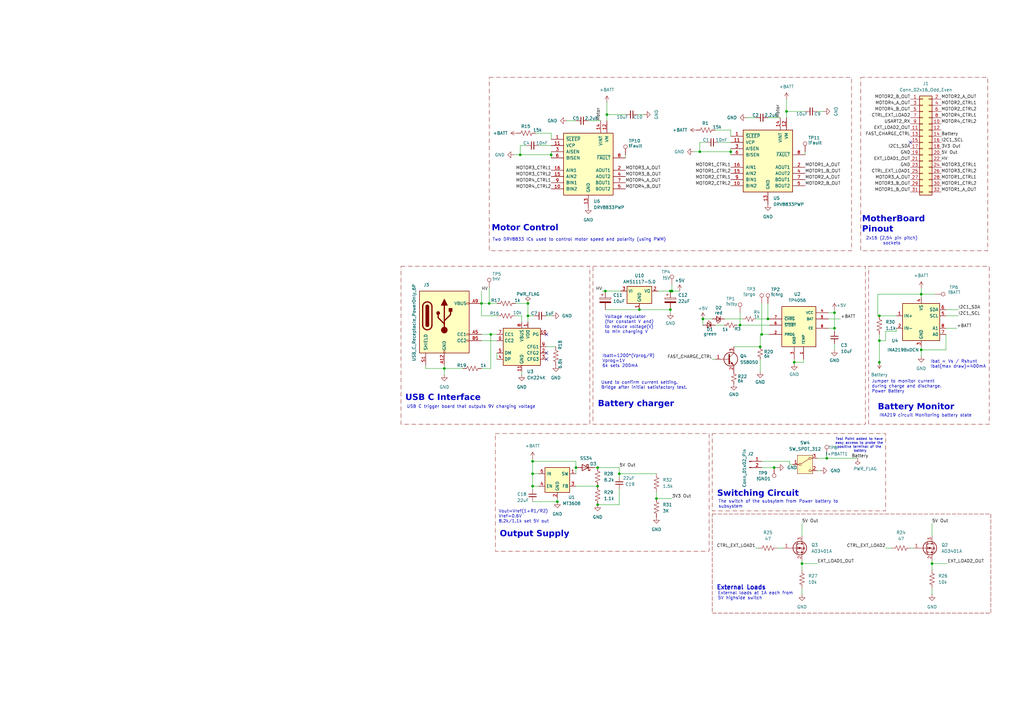
<source format=kicad_sch>
(kicad_sch (version 20250114) (generator "eeschema") (generator_version "9.0")
  (paper "A3")
  (title_block (title "MicroMouse Power Subsystem") (date "2025-03-08") (rev "v0.0.0") (company "Group 24") (comment 1 "Ayaka Maneli, MNLAYA002") (comment 2 "Sanjan Naidoo, ") (comment 3 "EEE3088F MicroMouse Project"))
  (lib_symbols
    (symbol "Connector:Conn_01x02_Pin" (pin_names (offset 1.016) (hide yes))
      (property "Reference" "J" (at 0 2.54 0))
      (property "Value" "Conn_01x02_Pin" (at 0 -5.08 0))
      (symbol "Conn_01x02_Pin_1_1"
        (pin passive line (at 5.08 0 180) (length 3.81) (name "Pin_1") (number "1"))
        (pin passive line (at 5.08 -2.54 180) (length 3.81) (name "Pin_2") (number "2"))
      )
    )
    (symbol "Connector:TestPoint" (pin_numbers (hide yes)) (pin_names (offset 0.762) (hide yes))
      (property "Reference" "TP" (at 0 6.858 0))
      (property "Value" "TestPoint" (at 0 5.08 0))
      (symbol "TestPoint_1_1"
        (pin passive line (at 0 0 90) (length 2.54) (name "1") (number "1"))
      )
    )
    (symbol "Connector:USB_C_Receptacle_PowerOnly_6P" (pin_names (offset 1.016))
      (property "Reference" "J" (at 0 16.51 0))
      (property "Value" "USB_C_Receptacle_PowerOnly_6P" (at 0 13.97 0))
      (symbol "USB_C_Receptacle_PowerOnly_6P_1_1"
        (pin passive line (at -7.62 -17.78 90) (length 5.08) (name "SHIELD") (number "S1"))
        (pin passive line (at 0 -17.78 90) (length 5.08) (name "GND") (number "A12"))
        (pin passive line (at 0 -17.78 90) (length 5.08) (hide yes) (name "GND") (number "B12"))
        (pin passive line (at 15.24 7.62 180) (length 5.08) (name "VBUS") (number "A9"))
        (pin passive line (at 15.24 7.62 180) (length 5.08) (hide yes) (name "VBUS") (number "B9"))
        (pin bidirectional line (at 15.24 -5.08 180) (length 5.08) (name "CC1") (number "A5"))
        (pin bidirectional line (at 15.24 -7.62 180) (length 5.08) (name "CC2") (number "B5"))
      )
    )
    (symbol "Connector_Generic:Conn_02x16_Odd_Even" (pin_names (offset 1.016) (hide yes))
      (property "Reference" "J" (at 1.27 20.32 0))
      (property "Value" "Conn_02x16_Odd_Even" (at 1.27 -22.86 0))
      (symbol "Conn_02x16_Odd_Even_1_1"
        (pin passive line (at -5.08 17.78 0) (length 3.81) (name "Pin_1") (number "1"))
        (pin passive line (at -5.08 15.24 0) (length 3.81) (name "Pin_3") (number "3"))
        (pin passive line (at -5.08 12.7 0) (length 3.81) (name "Pin_5") (number "5"))
        (pin passive line (at -5.08 10.16 0) (length 3.81) (name "Pin_7") (number "7"))
        (pin passive line (at -5.08 7.62 0) (length 3.81) (name "Pin_9") (number "9"))
        (pin passive line (at -5.08 5.08 0) (length 3.81) (name "Pin_11") (number "11"))
        (pin passive line (at -5.08 2.54 0) (length 3.81) (name "Pin_13") (number "13"))
        (pin passive line (at -5.08 0 0) (length 3.81) (name "Pin_15") (number "15"))
        (pin passive line (at -5.08 -2.54 0) (length 3.81) (name "Pin_17") (number "17"))
        (pin passive line (at -5.08 -5.08 0) (length 3.81) (name "Pin_19") (number "19"))
        (pin passive line (at -5.08 -7.62 0) (length 3.81) (name "Pin_21") (number "21"))
        (pin passive line (at -5.08 -10.16 0) (length 3.81) (name "Pin_23") (number "23"))
        (pin passive line (at -5.08 -12.7 0) (length 3.81) (name "Pin_25") (number "25"))
        (pin passive line (at -5.08 -15.24 0) (length 3.81) (name "Pin_27") (number "27"))
        (pin passive line (at -5.08 -17.78 0) (length 3.81) (name "Pin_29") (number "29"))
        (pin passive line (at -5.08 -20.32 0) (length 3.81) (name "Pin_31") (number "31"))
        (pin passive line (at 7.62 17.78 180) (length 3.81) (name "Pin_2") (number "2"))
        (pin passive line (at 7.62 15.24 180) (length 3.81) (name "Pin_4") (number "4"))
        (pin passive line (at 7.62 12.7 180) (length 3.81) (name "Pin_6") (number "6"))
        (pin passive line (at 7.62 10.16 180) (length 3.81) (name "Pin_8") (number "8"))
        (pin passive line (at 7.62 7.62 180) (length 3.81) (name "Pin_10") (number "10"))
        (pin passive line (at 7.62 5.08 180) (length 3.81) (name "Pin_12") (number "12"))
        (pin passive line (at 7.62 2.54 180) (length 3.81) (name "Pin_14") (number "14"))
        (pin passive line (at 7.62 0 180) (length 3.81) (name "Pin_16") (number "16"))
        (pin passive line (at 7.62 -2.54 180) (length 3.81) (name "Pin_18") (number "18"))
        (pin passive line (at 7.62 -5.08 180) (length 3.81) (name "Pin_20") (number "20"))
        (pin passive line (at 7.62 -7.62 180) (length 3.81) (name "Pin_22") (number "22"))
        (pin passive line (at 7.62 -10.16 180) (length 3.81) (name "Pin_24") (number "24"))
        (pin passive line (at 7.62 -12.7 180) (length 3.81) (name "Pin_26") (number "26"))
        (pin passive line (at 7.62 -15.24 180) (length 3.81) (name "Pin_28") (number "28"))
        (pin passive line (at 7.62 -17.78 180) (length 3.81) (name "Pin_30") (number "30"))
        (pin passive line (at 7.62 -20.32 180) (length 3.81) (name "Pin_32") (number "32"))
      )
    )
    (symbol "Device:C_Polarized" (pin_numbers (hide yes)) (pin_names (offset 0.254))
      (property "Reference" "C" (at 0.635 2.54 0))
      (property "Value" "C_Polarized" (at 0.635 -2.54 0))
      (symbol "C_Polarized_1_1"
        (pin passive line (at 0 3.81 270) (length 2.794) (name "~") (number "1"))
        (pin passive line (at 0 -3.81 90) (length 2.794) (name "~") (number "2"))
      )
    )
    (symbol "Device:C_Small" (pin_numbers (hide yes)) (pin_names (offset 0.254) (hide yes))
      (property "Reference" "C" (at 0.254 1.778 0))
      (property "Value" "C_Small" (at 0.254 -2.032 0))
      (symbol "C_Small_1_1"
        (pin passive line (at 0 2.54 270) (length 2.032) (name "~") (number "1"))
        (pin passive line (at 0 -2.54 90) (length 2.032) (name "~") (number "2"))
      )
    )
    (symbol "Device:LED_Small" (pin_numbers (hide yes)) (pin_names (offset 0.254) (hide yes))
      (property "Reference" "D" (at -1.27 3.175 0))
      (property "Value" "LED_Small" (at -4.445 -2.54 0))
      (symbol "LED_Small_1_1"
        (pin passive line (at -2.54 0 0) (length 1.778) (name "K") (number "1"))
        (pin passive line (at 2.54 0 180) (length 1.778) (name "A") (number "2"))
      )
    )
    (symbol "Device:R_Small_US" (pin_numbers (hide yes)) (pin_names (offset 0.254) (hide yes))
      (property "Reference" "R" (at 0.762 0.508 0))
      (property "Value" "R_Small_US" (at 0.762 -1.016 0))
      (symbol "R_Small_US_1_1"
        (pin passive line (at 0 2.54 270) (length 1.016) (name "~") (number "1"))
        (pin passive line (at 0 -2.54 90) (length 1.016) (name "~") (number "2"))
      )
    )
    (symbol "Device:R_US" (pin_numbers (hide yes)) (pin_names (offset 0))
      (property "Reference" "R" (at 2.54 0 90))
      (property "Value" "R_US" (at -2.54 0 90))
      (symbol "R_US_1_1"
        (pin passive line (at 0 3.81 270) (length 1.27) (name "~") (number "1"))
        (pin passive line (at 0 -3.81 90) (length 1.27) (name "~") (number "2"))
      )
    )
    (symbol "Diode:SS34" (pin_numbers (hide yes)) (pin_names (offset 1.016) (hide yes))
      (property "Reference" "D" (at 0 2.54 0))
      (property "Value" "SS34" (at 0 -2.54 0))
      (symbol "SS34_1_1"
        (pin passive line (at -3.81 0 0) (length 2.54) (name "K") (number "1"))
        (pin passive line (at 3.81 0 180) (length 2.54) (name "A") (number "2"))
      )
    )
    (symbol "Driver_Motor:DRV8833PWP" (pin_names (offset 1.016))
      (property "Reference" "U" (at -3.81 16.51 0))
      (property "Value" "DRV8833PWP" (at -3.81 13.97 0))
      (symbol "DRV8833PWP_1_1"
        (pin input line (at -15.24 10.16 0) (length 5.08) (name "~{SLEEP}") (number "1"))
        (pin bidirectional line (at -15.24 7.62 0) (length 5.08) (name "VCP") (number "11"))
        (pin bidirectional line (at -15.24 5.08 0) (length 5.08) (name "AISEN") (number "3"))
        (pin bidirectional line (at -15.24 2.54 0) (length 5.08) (name "BISEN") (number "6"))
        (pin input line (at -15.24 -2.54 0) (length 5.08) (name "AIN1") (number "16"))
        (pin input line (at -15.24 -5.08 0) (length 5.08) (name "AIN2") (number "15"))
        (pin input line (at -15.24 -7.62 0) (length 5.08) (name "BIN1") (number "9"))
        (pin input line (at -15.24 -10.16 0) (length 5.08) (name "BIN2") (number "10"))
        (pin power_in line (at 0 -17.78 90) (length 5.08) (name "GND") (number "13"))
        (pin passive line (at 0 -17.78 90) (length 5.08) (hide yes) (name "GND") (number "17"))
        (pin power_in line (at 5.08 17.78 270) (length 5.08) (name "VINT") (number "14"))
        (pin power_in line (at 7.62 17.78 270) (length 5.08) (name "VM") (number "12"))
        (pin open_collector line (at 15.24 2.54 180) (length 5.08) (name "~{FAULT}") (number "8"))
        (pin power_out line (at 15.24 -2.54 180) (length 5.08) (name "AOUT1") (number "2"))
        (pin power_out line (at 15.24 -5.08 180) (length 5.08) (name "AOUT2") (number "4"))
        (pin power_out line (at 15.24 -7.62 180) (length 5.08) (name "BOUT1") (number "7"))
        (pin power_out line (at 15.24 -10.16 180) (length 5.08) (name "BOUT2") (number "5"))
      )
    )
    (symbol "GND_1" (power) (pin_numbers (hide yes)) (pin_names (offset 0) (hide yes))
      (property "Value" "GND" (at 0 -3.81 0))
      (symbol "GND_1_1_1"
        (pin power_in line (at 0 0 270) (length 0) (name "~") (number "1"))
      )
    )
    (symbol "GND_10" (power) (pin_numbers (hide yes)) (pin_names (offset 0) (hide yes))
      (property "Value" "GND" (at 0 -3.81 0))
      (symbol "GND_10_1_1"
        (pin power_in line (at 0 0 270) (length 0) (name "~") (number "1"))
      )
    )
    (symbol "GND_11" (power) (pin_numbers (hide yes)) (pin_names (offset 0) (hide yes))
      (property "Value" "GND" (at 0 -3.81 0))
      (symbol "GND_11_1_1"
        (pin power_in line (at 0 0 270) (length 0) (name "~") (number "1"))
      )
    )
    (symbol "GND_2" (power) (pin_numbers (hide yes)) (pin_names (offset 0) (hide yes))
      (property "Value" "GND" (at 0 -3.81 0))
      (symbol "GND_2_1_1"
        (pin power_in line (at 0 0 270) (length 0) (name "~") (number "1"))
      )
    )
    (symbol "GND_3" (power) (pin_numbers (hide yes)) (pin_names (offset 0) (hide yes))
      (property "Value" "GND" (at 0 -3.81 0))
      (symbol "GND_3_1_1"
        (pin power_in line (at 0 0 270) (length 0) (name "~") (number "1"))
      )
    )
    (symbol "GND_4" (power) (pin_numbers (hide yes)) (pin_names (offset 0) (hide yes))
      (property "Value" "GND" (at 0 -3.81 0))
      (symbol "GND_4_1_1"
        (pin power_in line (at 0 0 270) (length 0) (name "~") (number "1"))
      )
    )
    (symbol "GND_5" (power) (pin_numbers (hide yes)) (pin_names (offset 0) (hide yes))
      (property "Value" "GND" (at 0 -3.81 0))
      (symbol "GND_5_1_1"
        (pin power_in line (at 0 0 270) (length 0) (name "~") (number "1"))
      )
    )
    (symbol "GND_6" (power) (pin_numbers (hide yes)) (pin_names (offset 0) (hide yes))
      (property "Value" "GND" (at 0 -3.81 0))
      (symbol "GND_6_1_1"
        (pin power_in line (at 0 0 270) (length 0) (name "~") (number "1"))
      )
    )
    (symbol "GND_7" (power) (pin_numbers (hide yes)) (pin_names (offset 0) (hide yes))
      (property "Value" "GND" (at 0 -3.81 0))
      (symbol "GND_7_1_1"
        (pin power_in line (at 0 0 270) (length 0) (name "~") (number "1"))
      )
    )
    (symbol "GND_9" (power) (pin_numbers (hide yes)) (pin_names (offset 0) (hide yes))
      (property "Value" "GND" (at 0 -3.81 0))
      (symbol "GND_9_1_1"
        (pin power_in line (at 0 0 270) (length 0) (name "~") (number "1"))
      )
    )
    (symbol "Interface_USB:CH224K"
      (property "Reference" "U" (at -7.874 -8.89 0))
      (property "Value" "CH224K" (at 3.048 -8.89 0))
      (symbol "CH224K_1_1"
        (pin bidirectional line (at -10.16 5.08 0) (length 2.54) (name "CC1") (number "7"))
        (pin bidirectional line (at -10.16 2.54 0) (length 2.54) (name "CC2") (number "6"))
        (pin bidirectional line (at -10.16 -2.54 0) (length 2.54) (name "DM") (number "5"))
        (pin bidirectional line (at -10.16 -5.08 0) (length 2.54) (name "DP") (number "4"))
        (pin passive line (at 0 10.16 270) (length 2.54) (name "VBUS") (number "8"))
        (pin power_in line (at 0 -10.16 90) (length 2.54) (name "GND") (number "11"))
        (pin power_in line (at 2.54 10.16 270) (length 2.54) (name "VDD") (number "1"))
        (pin open_collector line (at 10.16 5.08 180) (length 2.54) (name "PG") (number "10"))
        (pin passive line (at 10.16 0 180) (length 2.54) (name "CFG1") (number "9"))
        (pin passive line (at 10.16 -2.54 180) (length 2.54) (name "CFG2") (number "2"))
        (pin passive line (at 10.16 -5.08 180) (length 2.54) (name "CFG3") (number "3"))
      )
    )
    (symbol "Regulator_Linear:AMS1117-5.0"
      (property "Reference" "U" (at -3.81 3.175 0))
      (property "Value" "AMS1117-5.0" (at 0 3.175 0))
      (symbol "AMS1117-5.0_1_1"
        (pin power_in line (at -7.62 0 0) (length 2.54) (name "VI") (number "3"))
        (pin power_in line (at 0 -7.62 90) (length 2.54) (name "GND") (number "1"))
        (pin power_out line (at 7.62 0 180) (length 2.54) (name "VO") (number "2"))
      )
    )
    (symbol "Regulator_Switching:MT3608"
      (property "Reference" "U" (at -2.54 8.89 0))
      (property "Value" "MT3608" (at -3.81 6.35 0))
      (symbol "MT3608_1_1"
        (pin power_in line (at -7.62 2.54 0) (length 2.54) (name "IN") (number "5"))
        (pin input line (at -7.62 -2.54 0) (length 2.54) (name "EN") (number "4"))
        (pin power_in line (at 0 -7.62 90) (length 2.54) (name "GND") (number "2"))
        (pin no_connect line (at 5.08 0 180) (length 2.54) (hide yes) (name "NC") (number "6"))
        (pin passive line (at 7.62 2.54 180) (length 2.54) (name "SW") (number "1"))
        (pin input line (at 7.62 -2.54 180) (length 2.54) (name "FB") (number "3"))
      )
    )
    (symbol "Sensor_Energy:INA219BxDCN"
      (property "Reference" "U" (at -6.35 8.89 0))
      (property "Value" "INA219BxDCN" (at 6.35 8.89 0))
      (symbol "INA219BxDCN_1_1"
        (pin input line (at -10.16 2.54 0) (length 2.54) (name "IN+") (number "1"))
        (pin input line (at -10.16 -2.54 0) (length 2.54) (name "IN-") (number "2"))
        (pin power_in line (at 0 10.16 270) (length 2.54) (name "VS") (number "4"))
        (pin power_in line (at 0 -10.16 90) (length 2.54) (name "GND") (number "3"))
        (pin bidirectional line (at 10.16 5.08 180) (length 2.54) (name "SDA") (number "6"))
        (pin input line (at 10.16 2.54 180) (length 2.54) (name "SCL") (number "5"))
        (pin input line (at 10.16 -2.54 180) (length 2.54) (name "A1") (number "8"))
        (pin input line (at 10.16 -5.08 180) (length 2.54) (name "A0") (number "7"))
      )
    )
    (symbol "Switch:SW_SPDT_312" (pin_names (offset 1) (hide yes))
      (property "Reference" "SW" (at 0 5.08 0))
      (property "Value" "SW_SPDT_312" (at 0 -5.08 0))
      (symbol "SW_SPDT_312_1_1"
        (pin passive line (at -5.08 0 0) (length 2.54) (name "B") (number "1"))
        (pin passive line (at 5.08 2.54 180) (length 2.54) (name "A") (number "3"))
        (pin passive line (at 5.08 -2.54 180) (length 2.54) (name "C") (number "2"))
      )
    )
    (symbol "TP4056:TP4056" (pin_names (offset 1.016))
      (property "Reference" "U" (at -10.16 13.208 0))
      (property "Value" "TP4056" (at -12.7 -7.62 0))
      (symbol "TP4056_0_0"
        (pin output line (at -13.97 6.35 0) (length 5.08) (name "~{CHRG}") (number "7"))
        (pin output line (at -13.97 3.81 0) (length 5.08) (name "~{STDBY}") (number "6"))
        (pin bidirectional line (at -13.97 0 0) (length 5.08) (name "PROG") (number "2"))
        (pin power_in line (at -3.81 -10.16 90) (length 5.08) (name "GND") (number "3"))
        (pin input line (at 0 -10.16 90) (length 5.08) (name "TEMP") (number "1"))
        (pin power_in line (at 10.16 8.89 180) (length 5.08) (name "VCC") (number "4"))
        (pin output line (at 10.16 6.35 180) (length 5.08) (name "BAT") (number "5"))
        (pin input line (at 10.16 2.54 180) (length 5.08) (name "CE") (number "8"))
      )
    )
    (symbol "Transistor_BJT:SS8050" (pin_names (offset 0) (hide yes))
      (property "Reference" "Q" (at 5.08 1.905 0))
      (property "Value" "SS8050" (at 5.08 0 0))
      (symbol "SS8050_1_1"
        (pin input line (at -5.08 0 0) (length 2.54) (name "B") (number "1"))
        (pin passive line (at 2.54 5.08 270) (length 2.54) (name "C") (number "3"))
        (pin passive line (at 2.54 -5.08 90) (length 2.54) (name "E") (number "2"))
      )
    )
    (symbol "Transistor_FET:AO3401A" (pin_names (hide yes))
      (property "Reference" "Q" (at 5.08 1.905 0))
      (property "Value" "AO3401A" (at 5.08 0 0))
      (symbol "AO3401A_1_1"
        (pin input line (at -5.08 0 0) (length 2.54) (name "G") (number "1"))
        (pin passive line (at 2.54 5.08 270) (length 2.54) (name "D") (number "3"))
        (pin passive line (at 2.54 -5.08 90) (length 2.54) (name "S") (number "2"))
      )
    )
    (symbol "VCC_1" (power) (pin_numbers (hide yes)) (pin_names (offset 0) (hide yes))
      (property "Value" "VCC" (at 0 3.556 0))
      (symbol "VCC_1_1_1"
        (pin power_in line (at 0 0 90) (length 0) (name "~") (number "1"))
      )
    )
    (symbol "power:+5V" (power) (pin_names (offset 0))
      (property "Value" "+5V" (at 0 3.556 0))
      (symbol "+5V_1_1"
        (pin power_in line (at 0 0 90) (length 0) (hide yes) (name "+5V") (number "1"))
      )
    )
    (symbol "power:+BATT" (power) (pin_numbers (hide yes)) (pin_names (offset 0) (hide yes))
      (property "Value" "+BATT" (at 0 3.556 0))
      (symbol "+BATT_1_1"
        (pin power_in line (at 0 0 90) (length 0) (name "~") (number "1"))
      )
    )
    (symbol "power:GND" (power) (pin_names (offset 0))
      (property "Value" "GND" (at 0 -3.81 0))
      (symbol "GND_1_1"
        (pin power_in line (at 0 0 270) (length 0) (hide yes) (name "GND") (number "1"))
      )
    )
    (symbol "power:PWR_FLAG" (power) (pin_numbers (hide yes)) (pin_names (offset 0) (hide yes))
      (property "Value" "PWR_FLAG" (at 0 3.81 0))
      (symbol "PWR_FLAG_0_0"
        (pin power_out line (at 0 0 90) (length 0) (name "pwr") (number "1"))
      )
    )
  )
  (rectangle (start 203.2 177.8) (end 290.83 226.06) (stroke (width 0) (type dash_dot) (color 128 3 0 1)))
  (rectangle (start 353.06 31.75) (end 405.13 102.87) (stroke (width 0) (type dash_dot) (color 128 3 0 1)))
  (rectangle (start 356.235 109.22) (end 405.765 173.99) (stroke (width 0) (type dash_dot) (color 128 3 0 1)))
  (rectangle (start 292.1 177.8) (end 363.22 209.55) (stroke (width 0) (type dash_dot) (color 132 0 0 1)))
  (rectangle (start 292.1 210.82) (end 406.4 251.46) (stroke (width 0) (type dash) (color 132 0 0 1)))
  (rectangle (start 243.205 109.22) (end 354.965 173.99) (stroke (width 0) (type dash_dot) (color 128 3 0 1)))
  (rectangle (start 164.465 109.22) (end 241.935 173.99) (stroke (width 0) (type dash_dot) (color 128 3 0 1)))
  (rectangle (start 200.66 31.75) (end 349.25 102.87) (stroke (width 0) (type dash_dot) (color 128 3 0 1)))
  (text "Test Point added to have \neasy access to probe the \npositive terminal of the \nbattery\n\n" (at 352.806 183.388 0) (effects (font (size 1 1))))
  (text "USB C trigger board that outputs 9V charging voltage" (at 166.751 166.116 0) (effects (font (size 1.27 1.27)) (justify left top)))
  (text "Battery Monitor\n" (at 360.045 169.164 0) (effects (font (size 2.5 2.5) (thickness 0.254) (bold yes)) (justify left bottom)))
  (text "USB C Interface" (at 166.243 165.354 0) (effects (font (size 2.5 2.5) (thickness 0.254) (bold yes)) (justify left bottom)))
  (text "External loads at 1A each from\n5V highside switch" (at 294.386 244.348 0) (effects (font (size 1.27 1.27)) (justify left)))
  (text "Output Supply" (at 204.978 221.234 0) (effects (font (size 2.5 2.5) (thickness 0.254) (bold yes)) (justify left bottom)))
  (text "Voltage regulator\n(for constant V and)\nto reduce voltage(V)\nto min charging V" (at 248.031 136.906 0) (effects (font (size 1.27 1.27)) (justify left bottom)))
  (text "Vout=Vref(1+R1/R2)\nVref=0.6V\n8.2k/1.1k set 5V out" (at 204.47 214.63 0) (effects (font (size 1.27 1.27)) (justify left bottom)))
  (text "Motor Control" (at 201.676 95.758 0) (effects (font (size 2.5 2.5) (thickness 0.254) (bold yes)) (justify left bottom)))
  (text "Battery charger" (at 245.237 167.894 0) (effects (font (size 2.5 2.5) (thickness 0.254) (bold yes)) (justify left bottom)))
  (text "INA219 circuit Monitoring battery state\n" (at 379.603 170.434 0) (effects (font (size 1.27 1.27))))
  (text "Two DRV8833 ICs used to control motor speed and polarity (using PWM)" (at 201.93 99.06 0) (effects (font (size 1.27 1.27)) (justify left bottom)))
  (text "External Loads\n" (at 304.038 241.046 0) (effects (font (size 1.778 1.778) (thickness 0.3556) (bold yes))))
  (text "2x16 (2.54 pin pitch)\nsockets" (at 365.76 98.806 0) (effects (font (size 1.27 1.27))))
  (text "Ibat = Vs / Rshunt\nIbat(max draw)=400mA" (at 381.635 151.13 0) (effects (font (size 1.27 1.27)) (justify left bottom)))
  (text "Ibatt=1200*(Vprog/R)\nVprog=1V\n6k sets 200mA" (at 247.015 150.876 0) (effects (font (size 1.27 1.27)) (justify left bottom)))
  (text "The switch of the subsytem from Power battery to\nsubsystem" (at 294.64 206.756 0) (effects (font (size 1.27 1.27)) (justify left)))
  (text "Jumper to monitor current\nduring charge and discharge.\nPower Battery" (at 357.505 161.29 0) (effects (font (size 1.27 1.27)) (justify left bottom)))
  (text "Used to confirm current setting.\nBridge after initial satisfactory test." (at 246.507 159.766 0) (effects (font (size 1.27 1.27)) (justify left bottom)))
  (text "Switching Circuit\n" (at 294.132 203.2 0) (effects (font (size 2.4999 2.4999) (thickness 0.3) (bold yes)) (justify left)))
  (text "MotherBoard\nPinout" (at 353.568 96.266 0) (effects (font (size 2.5 2.5) (thickness 0.254) (bold yes)) (justify left bottom)))
  (junction (at 342.265 128.27))
  (junction (at 226.06 63.5))
  (junction (at 218.44 194.31))
  (junction (at 245.11 207.01))
  (junction (at 274.955 119.38))
  (junction (at 317.5 191.77))
  (junction (at 360.68 139.7))
  (junction (at 360.68 129.54))
  (junction (at 325.755 148.59))
  (junction (at 377.825 120.65))
  (junction (at 382.27 231.14))
  (junction (at 254 194.31))
  (junction (at 248.92 46.99))
  (junction (at 197.485 124.46))
  (junction (at 314.96 130.81))
  (junction (at 275.59 119.38))
  (junction (at 201.295 137.16))
  (junction (at 377.825 143.51))
  (junction (at 311.785 142.24))
  (junction (at 288.29 130.81))
  (junction (at 216.535 129.54))
  (junction (at 287.02 62.23))
  (junction (at 262.255 127))
  (junction (at 303.53 133.35))
  (junction (at 218.44 189.23))
  (junction (at 248.285 119.38))
  (junction (at 328.93 231.14))
  (junction (at 274.955 127))
  (junction (at 339.09 187.96))
  (junction (at 269.24 204.47))
  (junction (at 342.265 134.62))
  (junction (at 218.44 199.39))
  (junction (at 213.36 63.5))
  (junction (at 360.68 148.59))
  (junction (at 312.42 137.16))
  (junction (at 322.58 45.72))
  (junction (at 228.6 205.74))
  (junction (at 236.22 191.77))
  (junction (at 182.245 151.13))
  (junction (at 245.11 191.77))
  (junction (at 299.72 62.23))
  (junction (at 216.535 124.46))
  (junction (at 200.66 124.46))
  (junction (at 245.11 199.39))
  (no_connect (at 224.155 137.16))
  (no_connect (at 373.38 58.42))
  (no_connect (at 224.155 144.78))
  (no_connect (at 224.155 147.32))
  (wire (pts (xy 382.27 231.14) (xy 388.62 231.14)))
  (wire (pts (xy 328.93 231.14) (xy 328.93 233.68)))
  (wire (pts (xy 328.93 241.3) (xy 328.93 243.84)))
  (wire (pts (xy 216.535 124.46) (xy 211.455 124.46)))
  (wire (pts (xy 312.42 137.16) (xy 311.785 137.16)))
  (wire (pts (xy 261.62 46.99) (xy 264.16 46.99)))
  (wire (pts (xy 218.44 194.31) (xy 218.44 199.39)))
  (wire (pts (xy 200.66 124.46) (xy 203.835 124.46)))
  (wire (pts (xy 329.565 147.32) (xy 329.565 148.59)))
  (wire (pts (xy 248.92 41.91) (xy 248.92 46.99)))
  (wire (pts (xy 360.045 129.54) (xy 360.045 120.65)))
  (wire (pts (xy 363.22 135.89) (xy 367.665 135.89)))
  (wire (pts (xy 303.53 128.27) (xy 303.53 133.35)))
  (wire (pts (xy 387.985 134.62) (xy 392.43 134.62)))
  (wire (pts (xy 314.96 130.81) (xy 309.88 130.81)))
  (wire (pts (xy 377.825 142.24) (xy 377.825 143.51)))
  (wire (pts (xy 218.44 205.74) (xy 228.6 205.74)))
  (wire (pts (xy 254.635 119.38) (xy 248.285 119.38)))
  (wire (pts (xy 288.29 130.81) (xy 292.1 130.81)))
  (wire (pts (xy 387.985 137.16) (xy 387.985 143.51)))
  (wire (pts (xy 213.36 59.69) (xy 213.36 63.5)))
  (wire (pts (xy 197.485 124.46) (xy 200.66 124.46)))
  (wire (pts (xy 322.58 45.72) (xy 322.58 48.26)))
  (wire (pts (xy 197.485 119.38) (xy 197.485 124.46)))
  (wire (pts (xy 218.44 199.39) (xy 218.44 200.66)))
  (wire (pts (xy 236.22 199.39) (xy 245.11 199.39)))
  (wire (pts (xy 335.28 45.72) (xy 337.82 45.72)))
  (wire (pts (xy 201.295 137.16) (xy 203.835 137.16)))
  (wire (pts (xy 284.48 62.23) (xy 287.02 62.23)))
  (wire (pts (xy 254 194.31) (xy 269.24 194.31)))
  (wire (pts (xy 197.485 129.54) (xy 203.835 129.54)))
  (wire (pts (xy 360.045 120.65) (xy 377.825 120.65)))
  (wire (pts (xy 254 191.77) (xy 245.11 191.77)))
  (wire (pts (xy 236.22 194.31) (xy 236.22 191.77)))
  (wire (pts (xy 377.825 143.51) (xy 377.825 146.05)))
  (wire (pts (xy 302.26 133.35) (xy 303.53 133.35)))
  (wire (pts (xy 336.55 193.04) (xy 335.28 193.04)))
  (wire (pts (xy 218.44 189.23) (xy 236.22 189.23)))
  (wire (pts (xy 197.485 129.54) (xy 197.485 124.46)))
  (wire (pts (xy 228.6 205.74) (xy 228.6 204.47)))
  (wire (pts (xy 203.835 144.78) (xy 203.835 147.32)))
  (wire (pts (xy 248.285 119.38) (xy 247.015 119.38)))
  (wire (pts (xy 224.155 142.24) (xy 227.965 142.24)))
  (wire (pts (xy 312.42 137.16) (xy 315.595 137.16)))
  (wire (pts (xy 360.68 137.16) (xy 360.68 139.7)))
  (wire (pts (xy 218.44 194.31) (xy 220.98 194.31)))
  (wire (pts (xy 182.245 151.13) (xy 182.245 149.86)))
  (wire (pts (xy 309.88 224.79) (xy 311.15 224.79)))
  (wire (pts (xy 293.37 147.32) (xy 292.1 147.32)))
  (wire (pts (xy 344.805 130.81) (xy 339.725 130.81)))
  (wire (pts (xy 339.09 187.96) (xy 351.79 187.96)))
  (wire (pts (xy 254 207.01) (xy 245.11 207.01)))
  (wire (pts (xy 288.29 130.81) (xy 288.29 133.35)))
  (wire (pts (xy 219.71 54.61) (xy 226.06 54.61)))
  (wire (pts (xy 387.985 129.54) (xy 393.065 129.54)))
  (wire (pts (xy 314.96 124.46) (xy 314.96 130.81)))
  (wire (pts (xy 269.24 204.47) (xy 275.59 204.47)))
  (wire (pts (xy 226.06 62.23) (xy 226.06 63.5)))
  (wire (pts (xy 213.995 152.4) (xy 213.995 153.67)))
  (wire (pts (xy 312.42 191.77) (xy 317.5 191.77)))
  (wire (pts (xy 254 191.77) (xy 254 194.31)))
  (wire (pts (xy 303.53 133.35) (xy 315.595 133.35)))
  (wire (pts (xy 299.72 60.96) (xy 299.72 62.23)))
  (wire (pts (xy 382.27 214.63) (xy 382.27 219.71)))
  (wire (pts (xy 216.535 129.54) (xy 219.075 129.54)))
  (wire (pts (xy 226.06 63.5) (xy 213.36 63.5)))
  (wire (pts (xy 318.77 224.79) (xy 321.31 224.79)))
  (wire (pts (xy 312.42 189.23) (xy 323.85 189.23)))
  (wire (pts (xy 311.785 137.16) (xy 311.785 142.24)))
  (wire (pts (xy 248.92 46.99) (xy 248.92 49.53)))
  (wire (pts (xy 306.07 48.26) (xy 309.88 48.26)))
  (wire (pts (xy 360.68 139.7) (xy 363.22 139.7)))
  (wire (pts (xy 311.785 147.32) (xy 311.785 152.4)))
  (wire (pts (xy 287.02 58.42) (xy 289.56 58.42)))
  (wire (pts (xy 254 194.31) (xy 254 195.58)))
  (wire (pts (xy 363.22 135.89) (xy 363.22 139.7)))
  (wire (pts (xy 197.485 151.13) (xy 201.295 151.13)))
  (wire (pts (xy 387.985 127) (xy 393.065 127)))
  (wire (pts (xy 339.725 134.62) (xy 342.265 134.62)))
  (wire (pts (xy 287.02 58.42) (xy 287.02 62.23)))
  (wire (pts (xy 274.955 127) (xy 274.955 128.27)))
  (wire (pts (xy 373.38 224.79) (xy 374.65 224.79)))
  (wire (pts (xy 322.58 40.64) (xy 322.58 45.72)))
  (wire (pts (xy 323.85 190.5) (xy 323.85 189.23)))
  (wire (pts (xy 315.595 130.81) (xy 314.96 130.81)))
  (wire (pts (xy 322.58 45.72) (xy 330.2 45.72)))
  (wire (pts (xy 226.06 54.61) (xy 226.06 57.15)))
  (wire (pts (xy 275.59 119.38) (xy 278.765 119.38)))
  (wire (pts (xy 367.665 135.89) (xy 367.665 134.62)))
  (wire (pts (xy 299.72 62.23) (xy 287.02 62.23)))
  (wire (pts (xy 182.245 151.13) (xy 189.865 151.13)))
  (wire (pts (xy 294.64 58.42) (xy 299.72 58.42)))
  (wire (pts (xy 220.98 59.69) (xy 226.06 59.69)))
  (wire (pts (xy 382.27 231.14) (xy 382.27 233.68)))
  (wire (pts (xy 236.22 191.77) (xy 236.22 189.23)))
  (wire (pts (xy 335.28 187.96) (xy 339.09 187.96)))
  (wire (pts (xy 197.485 137.16) (xy 201.295 137.16)))
  (wire (pts (xy 339.09 186.69) (xy 339.09 187.96)))
  (wire (pts (xy 323.85 190.5) (xy 325.12 190.5)))
  (wire (pts (xy 377.825 118.11) (xy 377.825 120.65)))
  (wire (pts (xy 218.44 187.96) (xy 218.44 189.23)))
  (wire (pts (xy 218.44 189.23) (xy 218.44 194.31)))
  (wire (pts (xy 243.84 191.77) (xy 245.11 191.77)))
  (wire (pts (xy 360.68 139.7) (xy 360.68 148.59)))
  (wire (pts (xy 224.155 129.54) (xy 226.695 129.54)))
  (wire (pts (xy 299.72 62.23) (xy 299.72 63.5)))
  (wire (pts (xy 342.265 134.62) (xy 342.265 135.89)))
  (wire (pts (xy 262.255 127) (xy 274.955 127)))
  (wire (pts (xy 216.535 124.46) (xy 216.535 129.54)))
  (wire (pts (xy 325.755 147.32) (xy 325.755 148.59)))
  (wire (pts (xy 232.41 49.53) (xy 236.22 49.53)))
  (wire (pts (xy 254 200.66) (xy 254 207.01)))
  (wire (pts (xy 220.98 199.39) (xy 218.44 199.39)))
  (wire (pts (xy 299.72 53.34) (xy 299.72 55.88)))
  (wire (pts (xy 330.2 62.23) (xy 330.2 63.5)))
  (wire (pts (xy 297.18 130.81) (xy 304.8 130.81)))
  (wire (pts (xy 377.825 143.51) (xy 387.985 143.51)))
  (wire (pts (xy 269.875 119.38) (xy 274.955 119.38)))
  (wire (pts (xy 360.68 129.54) (xy 367.665 129.54)))
  (wire (pts (xy 377.825 120.65) (xy 383.54 120.65)))
  (wire (pts (xy 182.245 153.67) (xy 182.245 151.13)))
  (wire (pts (xy 342.265 140.97) (xy 342.265 143.51)))
  (wire (pts (xy 300.99 142.24) (xy 311.785 142.24)))
  (wire (pts (xy 328.93 229.87) (xy 328.93 231.14)))
  (wire (pts (xy 382.27 241.3) (xy 382.27 243.84)))
  (wire (pts (xy 256.54 63.5) (xy 256.54 64.77)))
  (wire (pts (xy 197.485 139.7) (xy 203.835 139.7)))
  (wire (pts (xy 216.535 129.54) (xy 216.535 132.08)))
  (wire (pts (xy 241.3 49.53) (xy 246.38 49.53)))
  (wire (pts (xy 213.36 59.69) (xy 215.9 59.69)))
  (wire (pts (xy 293.37 133.35) (xy 297.18 133.35)))
  (wire (pts (xy 312.42 124.46) (xy 312.42 137.16)))
  (wire (pts (xy 317.5 191.77) (xy 318.77 191.77)))
  (wire (pts (xy 174.625 151.13) (xy 182.245 151.13)))
  (wire (pts (xy 363.22 224.79) (xy 365.76 224.79)))
  (wire (pts (xy 274.955 119.38) (xy 275.59 119.38)))
  (wire (pts (xy 213.995 129.54) (xy 213.995 132.08)))
  (wire (pts (xy 325.755 148.59) (xy 325.755 149.225)))
  (wire (pts (xy 339.725 128.27) (xy 342.265 128.27)))
  (wire (pts (xy 314.96 48.26) (xy 320.04 48.26)))
  (wire (pts (xy 342.265 127) (xy 342.265 128.27)))
  (wire (pts (xy 328.93 214.63) (xy 328.93 219.71)))
  (wire (pts (xy 328.93 231.14) (xy 335.28 231.14)))
  (wire (pts (xy 174.625 149.86) (xy 174.625 151.13)))
  (wire (pts (xy 360.68 148.59) (xy 360.68 149.86)))
  (wire (pts (xy 269.24 201.93) (xy 269.24 204.47)))
  (wire (pts (xy 275.59 116.84) (xy 275.59 119.38)))
  (wire (pts (xy 201.295 151.13) (xy 201.295 137.16)))
  (wire (pts (xy 226.06 63.5) (xy 226.06 64.77)))
  (wire (pts (xy 360.045 129.54) (xy 360.68 129.54)))
  (wire (pts (xy 382.27 229.87) (xy 382.27 231.14)))
  (wire (pts (xy 200.66 118.11) (xy 200.66 124.46)))
  (wire (pts (xy 248.92 46.99) (xy 256.54 46.99)))
  (wire (pts (xy 342.265 128.27) (xy 342.265 134.62)))
  (wire (pts (xy 210.82 63.5) (xy 213.36 63.5)))
  (wire (pts (xy 377.825 120.65) (xy 377.825 121.92)))
  (wire (pts (xy 248.285 127) (xy 262.255 127)))
  (wire (pts (xy 213.995 129.54) (xy 211.455 129.54)))
  (wire (pts (xy 293.37 53.34) (xy 299.72 53.34)))
  (wire (pts (xy 325.755 148.59) (xy 329.565 148.59)))
  (label "MOTOR3_CTRL1" (at 226.06 69.85 180))
  (label "MOTOR1_CTRL2" (at 386.08 76.2 0))
  (label "MOTOR1_CTRL1" (at 386.08 73.66 0))
  (label "3V3 Out" (at 386.08 60.96 0))
  (label "CTRL_EXT_LOAD1" (at 309.88 224.79 180))
  (label "HV" (at 247.015 119.38 180))
  (label "MOTOR4_B_OUT" (at 256.54 77.47 0))
  (label "Motor" (at 320.04 48.26 90))
  (label "MOTOR2_CTRL2" (at 299.72 76.2 180))
  (label "MOTOR1_CTRL2" (at 299.72 71.12 180))
  (label "FAST_CHARGE_CTRL" (at 292.1 147.32 180))
  (label "MOTOR1_A_OUT" (at 330.2 68.58 0))
  (label "GND" (at 373.38 68.58 180))
  (label "I2C1_SCL" (at 393.065 129.54 0))
  (label "Motor" (at 246.38 49.53 90))
  (label "MOTOR3_A_OUT" (at 256.54 69.85 0))
  (label "MOTOR1_CTRL1" (at 299.72 68.58 180))
  (label "5V Out" (at 386.08 63.5 0))
  (label "MOTOR2_B_OUT" (at 373.38 40.64 180))
  (label "USART2_RX" (at 373.38 50.8 180))
  (label "MOTOR2_A_OUT" (at 386.08 40.64 0))
  (label "MOTOR1_B_OUT" (at 373.38 78.74 180))
  (label "3V3 Out" (at 275.59 204.47 0))
  (label "MOTOR4_CTRL1" (at 226.06 74.93 180))
  (label "MOTOR3_CTRL2" (at 386.08 71.12 0))
  (label "MOTOR3_B_OUT" (at 256.54 72.39 0))
  (label "MOTOR2_CTRL1" (at 386.08 43.18 0))
  (label "MOTOR3_CTRL1" (at 386.08 68.58 0))
  (label "CTRL_EXT_LOAD1" (at 373.38 71.12 180))
  (label "+BATT" (at 344.805 130.81 0))
  (label "5V Out" (at 382.27 214.63 0))
  (label "MOTOR4_CTRL2" (at 386.08 50.8 0))
  (label "GND" (at 373.38 63.5 180))
  (label "Battery" (at 349.25 187.96 0))
  (label "5V Out" (at 254 191.77 0))
  (label "MOTOR4_B_OUT" (at 373.38 45.72 180))
  (label "CTRL_EXT_LOAD2" (at 363.22 224.79 180))
  (label "MOTOR1_A_OUT" (at 386.08 78.74 0))
  (label "MOTOR4_CTRL2" (at 226.06 77.47 180))
  (label "5V Out" (at 328.93 214.63 0))
  (label "MOTOR3_CTRL2" (at 226.06 72.39 180))
  (label "MOTOR3_B_OUT" (at 373.38 76.2 180))
  (label "FAST_CHARGE_CTRL" (at 373.38 55.88 180))
  (label "EXT_LOAD2_OUT" (at 388.62 231.14 0))
  (label "MOTOR4_A_OUT" (at 373.38 43.18 180))
  (label "EXT_LOAD1_OUT" (at 335.28 231.14 0))
  (label "MOTOR4_CTRL1" (at 386.08 48.26 0))
  (label "HV" (at 197.485 119.38 0))
  (label "MOTOR2_B_OUT" (at 330.2 76.2 0))
  (label "CTRL_EXT_LOAD2" (at 373.38 48.26 180))
  (label "I2C1_SCL" (at 386.08 58.42 0))
  (label "MOTOR3_A_OUT" (at 373.38 73.66 180))
  (label "Battery" (at 386.08 55.88 0))
  (label "I2C1_SDA" (at 393.065 127 0))
  (label "+BATT" (at 392.43 134.62 0))
  (label "MOTOR2_A_OUT" (at 330.2 73.66 0))
  (label "EXT_LOAD2_OUT" (at 373.38 53.34 180))
  (label "MOTOR1_B_OUT" (at 330.2 71.12 0))
  (label "HV" (at 386.08 66.04 0))
  (label "MOTOR2_CTRL2" (at 386.08 45.72 0))
  (label "MOTOR2_CTRL1" (at 299.72 73.66 180))
  (label "MOTOR4_A_OUT" (at 256.54 74.93 0))
  (label "I2C1_SDA" (at 373.38 60.96 180))
  (label "EXT_LOAD1_OUT" (at 373.38 66.04 180))
  (symbol (lib_id "Connector:TestPoint") (at 256.54 63.5 0) (unit 1)
    (property "Reference" "TP10" (at 257.81 57.785 0) (effects (justify left)))
    (property "Value" "!Fault" (at 257.81 59.817 0) (effects (justify left)))
    (property "Footprint" "TestPoint:TestPoint_Pad_D1.0mm" (effects (hide yes)))
  )
  (symbol (lib_name "GND_9") (lib_id "power:GND") (at 228.6 205.74 0) (unit 1)
    (property "Reference" "#PWR063" (effects (hide yes)))
    (property "Value" "GND" (at 228.6 210.82 0))
    (property "Description" "Power symbol creates a global label with name \"GND\" , ground" (effects (hide yes)))
  )
  (symbol (lib_id "Device:R_Small_US") (at 307.34 130.81 90) (unit 1)
    (property "Reference" "R4" (at 310.388 128.016 90))
    (property "Value" "1k" (at 310.388 129.794 90))
    (property "Footprint" "Resistor_SMD:R_0603_1608Metric_Pad0.98x0.95mm_HandSolder" (effects (hide yes)))
    (property "LCSC" "C21190" (effects (hide yes)))
  )
  (symbol (lib_id "Device:LED_Small") (at 290.83 133.35 0) (mirror y) (unit 1)
    (property "Reference" "D1" (at 289.814 135.128 0) (effects (justify right)))
    (property "Value" "green" (at 288.544 136.906 0) (effects (justify right)))
    (property "Footprint" "LED_SMD:LED_0603_1608Metric" (effects (hide yes)))
    (property "LCSC" "C72038" (effects (hide yes)))
  )
  (symbol (lib_id "Device:R_US") (at 360.68 133.35 180) (unit 1)
    (property "Reference" "R30" (at 363.22 132.0799 0) (effects (justify right)))
    (property "Value" "1.1k" (at 363.22 134.6199 0) (effects (justify right)))
    (property "Footprint" "Resistor_SMD:R_0815_2038Metric_Pad1.20x4.05mm_HandSolder" (effects (hide yes)))
    (property "Description" "Resistor, US symbol" (effects (hide yes)))
  )
  (symbol (lib_id "power:+5V") (at 288.29 130.81 0) (unit 1)
    (property "Reference" "#PWR04" (effects (hide yes)))
    (property "Value" "+5V" (at 288.29 126.492 0))
  )
  (symbol (lib_id "Device:R_US") (at 328.93 237.49 180) (unit 1)
    (property "Reference" "R27" (at 331.47 236.2199 0) (effects (justify right)))
    (property "Value" "10k" (at 331.47 238.7599 0) (effects (justify right)))
    (property "Footprint" "Resistor_SMD:R_0805_2012Metric_Pad1.20x1.40mm_HandSolder" (effects (hide yes)))
    (property "Description" "Resistor, US symbol" (effects (hide yes)))
  )
  (symbol (lib_name "GND_3") (lib_id "power:GND") (at 226.695 129.54 90) (unit 1)
    (property "Reference" "#PWR043" (effects (hide yes)))
    (property "Value" "GND" (at 230.505 129.5399 90) (effects (justify right)))
    (property "Description" "Power symbol creates a global label with name \"GND\" , ground" (effects (hide yes)))
  )
  (symbol (lib_name "GND_3") (lib_id "power:GND") (at 213.995 153.67 0) (unit 1)
    (property "Reference" "#PWR036" (effects (hide yes)))
    (property "Value" "GND" (at 213.995 158.75 0))
    (property "Description" "Power symbol creates a global label with name \"GND\" , ground" (effects (hide yes)))
  )
  (symbol (lib_id "Device:C_Small") (at 218.44 59.69 90) (unit 1)
    (property "Reference" "C4" (at 215.9 58.674 90))
    (property "Value" "10nF" (at 222.25 58.674 90))
    (property "Footprint" "Capacitor_SMD:C_0603_1608Metric" (effects (hide yes)))
    (property "Description" "Unpolarized capacitor, small symbol" (effects (hide yes)))
  )
  (symbol (lib_id "Device:C_Small") (at 221.615 129.54 90) (unit 1)
    (property "Reference" "C7" (at 219.075 128.524 90))
    (property "Value" "1uF" (at 225.425 128.524 90))
    (property "Footprint" "Capacitor_SMD:C_0603_1608Metric" (effects (hide yes)))
    (property "Description" "Unpolarized capacitor, small symbol" (effects (hide yes)))
  )
  (symbol (lib_id "Device:R_US") (at 269.24 198.12 180) (unit 1)
    (property "Reference" "R32" (at 271.78 196.8499 0) (effects (justify right)))
    (property "Value" "1.5k" (at 271.78 199.3899 0) (effects (justify right)))
    (property "Footprint" "Resistor_SMD:R_0815_2038Metric_Pad1.20x4.05mm_HandSolder" (effects (hide yes)))
    (property "Description" "Resistor, US symbol" (effects (hide yes)))
  )
  (symbol (lib_id "power:+BATT") (at 377.825 118.11 0) (unit 1)
    (property "Reference" "#PWR01" (effects (hide yes)))
    (property "Value" "+BATT" (at 377.825 113.03 0))
    (property "Description" "Power symbol creates a global label with name \"+BATT\"" (effects (hide yes)))
  )
  (symbol (lib_id "Device:R_US") (at 382.27 237.49 180) (unit 1)
    (property "Reference" "R26" (at 384.81 236.2199 0) (effects (justify right)))
    (property "Value" "10k" (at 384.81 238.7599 0) (effects (justify right)))
    (property "Footprint" "Resistor_SMD:R_0805_2012Metric_Pad1.20x1.40mm_HandSolder" (effects (hide yes)))
    (property "Description" "Resistor, US symbol" (effects (hide yes)))
  )
  (symbol (lib_name "GND_9") (lib_id "power:GND") (at 269.24 212.09 0) (unit 1)
    (property "Reference" "#PWR065" (effects (hide yes)))
    (property "Value" "GND" (at 269.24 217.17 0))
    (property "Description" "Power symbol creates a global label with name \"GND\" , ground" (effects (hide yes)))
  )
  (symbol (lib_id "Connector:TestPoint") (at 339.09 186.69 0) (unit 1)
    (property "Reference" "!+PBATT1" (at 343.154 186.182 0))
    (property "Value" "TP8" (at 341.63 183.642 0))
    (property "Footprint" "TestPoint:TestPoint_Keystone_5019_Miniature" (effects (hide yes)))
    (property "Description" "test point" (effects (hide yes)))
  )
  (symbol (lib_id "Device:C_Polarized") (at 248.285 123.19 0) (unit 1)
    (property "Reference" "C11" (at 251.46 121.0309 0) (effects (justify left)))
    (property "Value" "10uF" (at 251.46 123.5709 0) (effects (justify left)))
    (property "Footprint" "Capacitor_SMD:C_0603_1608Metric" (effects (hide yes)))
    (property "Description" "Polarized capacitor" (effects (hide yes)))
  )
  (symbol (lib_id "Device:C_Small") (at 238.76 49.53 90) (unit 1)
    (property "Reference" "C5" (at 236.22 48.514 90))
    (property "Value" "2.2uF" (at 242.57 48.514 90))
    (property "Footprint" "Capacitor_SMD:C_0603_1608Metric" (effects (hide yes)))
    (property "Description" "Unpolarized capacitor, small symbol" (effects (hide yes)))
  )
  (symbol (lib_id "Device:C_Small") (at 259.08 46.99 270) (unit 1)
    (property "Reference" "C10" (at 261.62 48.006 90))
    (property "Value" "10uF" (at 255.27 48.006 90))
    (property "Footprint" "Capacitor_SMD:C_0603_1608Metric" (effects (hide yes)))
    (property "Description" "Unpolarized capacitor, small symbol" (effects (hide yes)))
  )
  (symbol (lib_id "power:+BATT") (at 212.09 54.61 90) (unit 1)
    (property "Reference" "#PWR08" (effects (hide yes)))
    (property "Value" "+BATT" (at 208.28 54.6099 90) (effects (justify left)))
    (property "Description" "Power symbol creates a global label with name \"+BATT\"" (effects (hide yes)))
  )
  (symbol (lib_name "GND_1") (lib_id "power:GND") (at 337.82 45.72 90) (unit 1)
    (property "Reference" "#PWR015" (effects (hide yes)))
    (property "Value" "GND" (at 342.9 45.72 0))
    (property "Description" "Power symbol creates a global label with name \"GND\" , ground" (effects (hide yes)))
  )
  (symbol (lib_name "GND_2") (lib_id "power:GND") (at 284.48 62.23 270) (unit 1)
    (property "Reference" "#PWR018" (effects (hide yes)))
    (property "Value" "GND" (at 280.67 62.2299 90) (effects (justify right)))
    (property "Description" "Power symbol creates a global label with name \"GND\" , ground" (effects (hide yes)))
  )
  (symbol (lib_id "Connector:TestPoint") (at 312.42 124.46 0) (unit 1)
    (property "Reference" "TP3" (at 309.88 118.618 0) (effects (justify right)))
    (property "Value" "!prgo" (at 309.88 120.65 0) (effects (justify right)))
    (property "Footprint" "TestPoint:TestPoint_Pad_D1.0mm" (effects (hide yes)))
  )
  (symbol (lib_id "Device:R_US") (at 227.965 146.05 0) (unit 1)
    (property "Reference" "R18" (at 229.743 141.478 90))
    (property "Value" "6.8k" (at 229.743 149.098 90))
    (property "Footprint" "Resistor_SMD:R_0805_2012Metric_Pad1.20x1.40mm_HandSolder" (effects (hide yes)))
    (property "Description" "Resistor, US symbol" (effects (hide yes)))
  )
  (symbol (lib_id "Connector_Generic:Conn_02x16_Odd_Even") (at 378.46 58.42 0) (unit 1)
    (property "Reference" "J1" (at 379.73 34.29 0))
    (property "Value" "Conn_02x16_Odd_Even" (at 379.73 36.83 0))
    (property "Footprint" "Connector_PinHeader_2.54mm:PinHeader_2x16_P2.54mm_Vertical" (effects (hide yes)))
    (property "Description" "Generic connector, double row, 02x16, odd/even pin numbering scheme (row 1 odd numbers, row 2 even numbers), script generated (kicad-library-utils/schlib/autogen/connector/)" (effects (hide yes)))
  )
  (symbol (lib_id "Device:R_US") (at 245.11 195.58 180) (unit 1)
    (property "Reference" "R28" (at 247.65 194.3099 0) (effects (justify right)))
    (property "Value" "8.2k" (at 247.65 196.8499 0) (effects (justify right)))
    (property "Footprint" "Resistor_SMD:R_0815_2038Metric_Pad1.20x4.05mm_HandSolder" (effects (hide yes)))
    (property "Description" "Resistor, US symbol" (effects (hide yes)))
  )
  (symbol (lib_id "Connector:TestPoint") (at 317.5 191.77 180) (unit 1)
    (property "Reference" "!GND1" (at 313.182 196.342 0))
    (property "Value" "TP9" (at 312.928 194.056 0))
    (property "Footprint" "TestPoint:TestPoint_Keystone_5019_Miniature" (effects (hide yes)))
    (property "Description" "test point" (effects (hide yes)))
  )
  (symbol (lib_id "Connector:TestPoint") (at 383.54 120.65 270) (unit 1)
    (property "Reference" "TP6" (at 389.382 117.856 90) (effects (justify left)))
    (property "Value" "!BATT" (at 388.874 119.888 90) (effects (justify left)))
    (property "Footprint" "TestPoint:TestPoint_Pad_D1.0mm" (effects (hide yes)))
  )
  (symbol (lib_id "power:PWR_FLAG") (at 216.535 124.46 0) (unit 1)
    (property "Reference" "#FLG04" (effects (hide yes)))
    (property "Value" "PWR_FLAG" (at 216.535 120.65 0))
  )
  (symbol (lib_id "Device:C_Small") (at 342.265 138.43 0) (unit 1)
    (property "Reference" "C3" (at 344.805 141.605 0) (effects (justify left)))
    (property "Value" "10uF" (at 344.805 144.145 0) (effects (justify left)))
    (property "Footprint" "Capacitor_SMD:C_0603_1608Metric" (effects (hide yes)))
    (property "LCSC" "C19702" (effects (hide yes)))
  )
  (symbol (lib_id "Device:LED_Small") (at 294.64 130.81 180) (unit 1)
    (property "Reference" "D2" (at 293.37 126.238 0) (effects (justify right)))
    (property "Value" "red" (at 293.116 128.27 0) (effects (justify right)))
    (property "Footprint" "LED_SMD:LED_0603_1608Metric" (effects (hide yes)))
    (property "LCSC" "C2286" (effects (hide yes)))
  )
  (symbol (lib_name "GND_6") (lib_id "power:GND") (at 336.55 193.04 90) (unit 1)
    (property "Reference" "#PWR062" (effects (hide yes)))
    (property "Value" "GND" (at 340.614 193.04 90) (effects (justify right)))
    (property "Description" "Power symbol creates a global label with name \"GND\" , ground" (effects (hide yes)))
  )
  (symbol (lib_id "Device:C_Small") (at 292.1 58.42 90) (unit 1)
    (property "Reference" "C1" (at 289.56 57.404 90))
    (property "Value" "10nF" (at 295.91 57.404 90))
    (property "Footprint" "Capacitor_SMD:C_0603_1608Metric" (effects (hide yes)))
    (property "Description" "Unpolarized capacitor, small symbol" (effects (hide yes)))
  )
  (symbol (lib_id "Device:C_Small") (at 218.44 203.2 0) (unit 1)
    (property "Reference" "C18" (at 212.09 202.692 0) (effects (justify left)))
    (property "Value" "22uF" (at 212.09 205.232 0) (effects (justify left)))
    (property "Footprint" "Capacitor_SMD:C_0603_1608Metric" (effects (hide yes)))
    (property "LCSC" "C19702" (effects (hide yes)))
  )
  (symbol (lib_id "Switch:SW_SPDT_312") (at 330.2 190.5 0) (unit 1)
    (property "Reference" "SW4" (at 330.2 181.61 0))
    (property "Value" "SW_SPDT_312" (at 330.2 184.15 0))
    (property "Footprint" "Custom Footprints:SW-TH_SS-12D10L5" (effects (hide yes)))
    (property "Description" "Switch, single pole double throw" (effects (hide yes)))
    (property "LCSC" "C319012" (effects (hide yes)))
  )
  (symbol (lib_id "Interface_USB:CH224K") (at 213.995 142.24 0) (unit 1)
    (property "Reference" "U3" (at 216.1383 152.4 0) (effects (justify left)))
    (property "Value" "CH224K" (at 216.1383 154.94 0) (effects (justify left)))
    (property "Footprint" "Package_SO:SSOP-10-1EP_3.9x4.9mm_P1mm_EP2.1x3.3mm" (effects (hide yes)))
    (property "Datasheet" "https://www.wch.cn/downloads/file/301.html" (effects (hide yes)))
    (property "Description" "100W USB Type-C PD3.0/2.0, BC1.2 Sink Controller, SSOP-10" (effects (hide yes)))
  )
  (symbol (lib_id "power:+BATT") (at 248.92 41.91 0) (unit 1)
    (property "Reference" "#PWR03" (effects (hide yes)))
    (property "Value" "+BATT" (at 248.92 36.83 0))
    (property "Description" "Power symbol creates a global label with name \"+BATT\"" (effects (hide yes)))
  )
  (symbol (lib_name "GND_5") (lib_id "power:GND") (at 318.77 191.77 90) (unit 1)
    (property "Reference" "#PWR061" (effects (hide yes)))
    (property "Value" "GND" (at 322.834 191.77 90) (effects (justify right)))
    (property "Description" "Power symbol creates a global label with name \"GND\" , ground" (effects (hide yes)))
  )
  (symbol (lib_name "GND_3") (lib_id "power:GND") (at 182.245 153.67 0) (unit 1)
    (property "Reference" "#PWR035" (effects (hide yes)))
    (property "Value" "GND" (at 182.245 158.75 0))
    (property "Description" "Power symbol creates a global label with name \"GND\" , ground" (effects (hide yes)))
  )
  (symbol (lib_id "Driver_Motor:DRV8833PWP") (at 314.96 66.04 0) (unit 1)
    (property "Reference" "U5" (at 317.1033 81.28 0) (effects (justify left)))
    (property "Value" "DRV8833PWP" (at 317.1033 83.82 0) (effects (justify left)))
    (property "Footprint" "Package_SO:HTSSOP-16-1EP_4.4x5mm_P0.65mm_EP3.4x5mm_Mask2.46x2.31mm_ThermalVias" (effects (hide yes)))
    (property "Datasheet" "http://www.ti.com/lit/ds/symlink/drv8833.pdf" (effects (hide yes)))
    (property "Description" "Dual H-Bridge Motor Driver, HTSSOP-16" (effects (hide yes)))
  )
  (symbol (lib_id "Regulator_Switching:MT3608") (at 228.6 196.85 0) (unit 1)
    (property "Reference" "U1" (at 234.442 203.962 0))
    (property "Value" "MT3608" (at 234.442 206.502 0))
    (property "Footprint" "Package_TO_SOT_SMD:SOT-23-6" (effects (hide yes)))
    (property "Datasheet" "https://www.olimex.com/Products/Breadboarding/BB-PWR-3608/resources/MT3608.pdf" (effects (hide yes)))
    (property "Description" "High Efficiency 1.2MHz 2A Step Up Converter, 2-24V Vin, 28V Vout, 4A current limit, 1.2MHz, SOT23-6" (effects (hide yes)))
  )
  (symbol (lib_id "power:GND") (at 274.955 128.27 0) (unit 1)
    (property "Reference" "#PWR020" (effects (hide yes)))
    (property "Value" "GND" (at 274.955 132.588 0))
  )
  (symbol (lib_id "Device:R_Small_US") (at 300.99 154.94 180) (unit 1)
    (property "Reference" "R22" (at 302.514 154.432 0) (effects (justify right)))
    (property "Value" "6k" (at 302.514 156.21 0) (effects (justify right)))
    (property "Footprint" "Resistor_SMD:R_0805_2012Metric_Pad1.20x1.40mm_HandSolder" (effects (hide yes)))
    (property "LCSC" "C17475" (effects (hide yes)))
  )
  (symbol (lib_id "Device:R_Small_US") (at 311.785 144.78 180) (unit 1)
    (property "Reference" "R20" (at 313.309 144.272 0) (effects (justify right)))
    (property "Value" "6k" (at 313.309 146.05 0) (effects (justify right)))
    (property "Footprint" "Resistor_SMD:R_0805_2012Metric_Pad1.20x1.40mm_HandSolder" (effects (hide yes)))
    (property "LCSC" "C17475" (effects (hide yes)))
  )
  (symbol (lib_name "GND_11") (lib_id "power:GND") (at 328.93 243.84 0) (unit 1)
    (property "Reference" "#PWR048" (effects (hide yes)))
    (property "Value" "GND" (at 328.93 248.92 0))
    (property "Description" "Power symbol creates a global label with name \"GND\" , ground" (effects (hide yes)))
  )
  (symbol (lib_id "Connector:TestPoint") (at 314.96 124.46 0) (unit 1)
    (property "Reference" "TP2" (at 316.23 118.745 0) (effects (justify left)))
    (property "Value" "!chrg" (at 316.23 120.777 0) (effects (justify left)))
    (property "Footprint" "TestPoint:TestPoint_Pad_D1.0mm" (effects (hide yes)))
  )
  (symbol (lib_name "GND_3") (lib_id "power:GND") (at 241.3 85.09 0) (unit 1)
    (property "Reference" "#PWR024" (effects (hide yes)))
    (property "Value" "GND" (at 241.3 90.17 0))
    (property "Description" "Power symbol creates a global label with name \"GND\" , ground" (effects (hide yes)))
  )
  (symbol (lib_name "GND_3") (lib_id "power:GND") (at 227.965 149.86 0) (unit 1)
    (property "Reference" "#PWR042" (effects (hide yes)))
    (property "Value" "GND" (at 227.965 154.94 0))
    (property "Description" "Power symbol creates a global label with name \"GND\" , ground" (effects (hide yes)))
  )
  (symbol (lib_id "Connector:TestPoint") (at 303.53 128.27 0) (unit 1)
    (property "Reference" "TP1" (at 297.815 122.555 0) (effects (justify left)))
    (property "Value" "!stby" (at 297.815 124.587 0) (effects (justify left)))
    (property "Footprint" "TestPoint:TestPoint_Pad_D1.0mm" (effects (hide yes)))
  )
  (symbol (lib_id "Device:R_US") (at 193.675 151.13 90) (unit 1)
    (property "Reference" "R19" (at 189.357 149.86 90))
    (property "Value" "1k" (at 198.247 149.86 90))
    (property "Footprint" "Resistor_SMD:R_0603_1608Metric_Pad0.98x0.95mm_HandSolder" (effects (hide yes)))
    (property "Description" "Resistor, US symbol" (effects (hide yes)))
  )
  (symbol (lib_name "GND_9") (lib_id "power:GND") (at 245.11 207.01 0) (unit 1)
    (property "Reference" "#PWR064" (effects (hide yes)))
    (property "Value" "GND" (at 245.11 212.09 0))
    (property "Description" "Power symbol creates a global label with name \"GND\" , ground" (effects (hide yes)))
  )
  (symbol (lib_name "VCC_1") (lib_id "power:VCC") (at 360.68 148.59 180) (unit 1)
    (property "Reference" "#PWR051" (effects (hide yes)))
    (property "Value" "Battery" (at 360.68 153.67 0))
    (property "Description" "Power symbol creates a global label with name \"VCC\"" (effects (hide yes)))
  )
  (symbol (lib_id "Connector:USB_C_Receptacle_PowerOnly_6P") (at 182.245 132.08 0) (unit 1)
    (property "Reference" "J3" (at 174.879 116.84 0))
    (property "Value" "USB_C_Receptacle_PowerOnly_6P" (at 169.799 132.334 90))
    (property "Footprint" "Connector_USB:USB_C_Receptacle_HCTL_HC-TYPE-C-16P-01A" (effects (hide yes)))
    (property "Datasheet" "https://www.usb.org/sites/default/files/documents/usb_type-c.zip" (effects (hide yes)))
    (property "Description" "USB Power-Only 6P Type-C Receptacle connector" (effects (hide yes)))
  )
  (symbol (lib_id "Device:R_US") (at 245.11 203.2 180) (unit 1)
    (property "Reference" "R29" (at 247.65 201.9299 0) (effects (justify right)))
    (property "Value" "1.1k" (at 247.65 204.4699 0) (effects (justify right)))
    (property "Footprint" "Resistor_SMD:R_0815_2038Metric_Pad1.20x4.05mm_HandSolder" (effects (hide yes)))
    (property "Description" "Resistor, US symbol" (effects (hide yes)))
  )
  (symbol (lib_id "Device:C_Small") (at 332.74 45.72 270) (unit 1)
    (property "Reference" "C9" (at 335.28 46.736 90))
    (property "Value" "10uF" (at 328.93 46.736 90))
    (property "Footprint" "Capacitor_SMD:C_0603_1608Metric" (effects (hide yes)))
    (property "Description" "Unpolarized capacitor, small symbol" (effects (hide yes)))
  )
  (symbol (lib_id "Connector:TestPoint") (at 275.59 116.84 0) (unit 1)
    (property "Reference" "TP4" (at 271.272 111.506 0) (effects (justify left)))
    (property "Value" "!5V" (at 271.78 114.046 0) (effects (justify left)))
    (property "Footprint" "TestPoint:TestPoint_Pad_D1.0mm" (effects (hide yes)))
  )
  (symbol (lib_id "Device:C_Small") (at 254 198.12 180) (unit 1)
    (property "Reference" "C19" (at 260.35 198.628 0) (effects (justify left)))
    (property "Value" "22uF" (at 260.35 196.088 0) (effects (justify left)))
    (property "Footprint" "Capacitor_SMD:C_0603_1608Metric" (effects (hide yes)))
    (property "LCSC" "C19702" (effects (hide yes)))
  )
  (symbol (lib_id "power:GND") (at 311.785 152.4 0) (unit 1)
    (property "Reference" "#PWR07" (effects (hide yes)))
    (property "Value" "GND" (at 311.785 156.718 0))
  )
  (symbol (lib_id "Device:C_Small") (at 312.42 48.26 90) (unit 1)
    (property "Reference" "C2" (at 309.88 47.244 90))
    (property "Value" "2.2uF" (at 316.23 47.244 90))
    (property "Footprint" "Capacitor_SMD:C_0603_1608Metric" (effects (hide yes)))
    (property "Description" "Unpolarized capacitor, small symbol" (effects (hide yes)))
  )
  (symbol (lib_id "Sensor_Energy:INA219BxDCN") (at 377.825 132.08 0) (unit 1)
    (property "Reference" "U4" (at 365.633 139.7 0) (effects (justify left)))
    (property "Value" "INA219BxDCN" (at 363.855 143.51 0) (effects (justify left)))
    (property "Footprint" "Package_TO_SOT_SMD:SOT-23-8" (effects (hide yes)))
    (property "Datasheet" "http://www.ti.com/lit/ds/symlink/ina219.pdf" (effects (hide yes)))
    (property "Description" "Zero-Drift, HighAccuracy, Bidirectional Current/Power Monitor (0-26V) With I2C Interface, SOT-23-8" (effects (hide yes)))
  )
  (symbol (lib_name "GND_4") (lib_id "power:GND") (at 232.41 49.53 270) (unit 1)
    (property "Reference" "#PWR031" (effects (hide yes)))
    (property "Value" "GND" (at 228.6 49.5299 90) (effects (justify right)))
    (property "Description" "Power symbol creates a global label with name \"GND\" , ground" (effects (hide yes)))
  )
  (symbol (lib_id "power:GND") (at 325.755 149.225 0) (unit 1)
    (property "Reference" "#PWR010" (effects (hide yes)))
    (property "Value" "GND" (at 325.755 153.543 0))
  )
  (symbol (lib_id "Transistor_BJT:SS8050") (at 298.45 147.32 0) (unit 1)
    (property "Reference" "Q4" (at 303.53 146.0499 0) (effects (justify left)))
    (property "Value" "SS8050" (at 303.53 148.5899 0) (effects (justify left)))
    (property "Footprint" "Package_TO_SOT_SMD:SOT-23" (effects (hide yes)))
    (property "Datasheet" "http://www.secosgmbh.com/datasheet/products/SSMPTransistor/SOT-23/SS8050.pdf" (effects (hide yes)))
    (property "Description" "General Purpose NPN Transistor, 1.5A Ic, 25V Vce, SOT-23" (effects (hide yes)))
  )
  (symbol (lib_id "Device:R_Small_US") (at 299.72 133.35 90) (unit 1)
    (property "Reference" "R3" (at 302.514 134.874 90))
    (property "Value" "1k" (at 297.434 135.128 90))
    (property "Footprint" "Resistor_SMD:R_0603_1608Metric_Pad0.98x0.95mm_HandSolder" (effects (hide yes)))
    (property "LCSC" "C21190" (effects (hide yes)))
  )
  (symbol (lib_name "GND_7") (lib_id "power:GND") (at 377.825 146.05 0) (unit 1)
    (property "Reference" "#PWR014" (effects (hide yes)))
    (property "Value" "GND" (at 377.825 151.13 0))
    (property "Description" "Power symbol creates a global label with name \"GND\" , ground" (effects (hide yes)))
  )
  (symbol (lib_id "Transistor_FET:AO3401A") (at 379.73 224.79 0) (unit 1)
    (property "Reference" "Q2" (at 386.08 223.5199 0) (effects (justify left)))
    (property "Value" "AO3401A" (at 386.08 226.0599 0) (effects (justify left)))
    (property "Footprint" "Package_TO_SOT_SMD:SOT-23" (effects (hide yes)))
    (property "Datasheet" "http://www.aosmd.com/pdfs/datasheet/AO3401A.pdf" (effects (hide yes)))
    (property "Description" "-4.0A Id, -30V Vds, P-Channel MOSFET, SOT-23" (effects (hide yes)))
  )
  (symbol (lib_id "power:PWR_FLAG") (at 351.79 187.96 180) (unit 1)
    (property "Reference" "#FLG08" (effects (hide yes)))
    (property "Value" "PWR_FLAG" (at 354.838 192.278 0))
    (property "Description" "Special symbol for telling ERC where power comes from" (effects (hide yes)))
  )
  (symbol (lib_id "Device:R_US") (at 207.645 129.54 90) (unit 1)
    (property "Reference" "R16" (at 202.819 128.524 90))
    (property "Value" "10k" (at 212.217 128.27 90))
    (property "Footprint" "Resistor_SMD:R_0805_2012Metric_Pad1.20x1.40mm_HandSolder" (effects (hide yes)))
    (property "Description" "Resistor, US symbol" (effects (hide yes)))
  )
  (symbol (lib_id "Connector:TestPoint") (at 200.66 118.11 0) (unit 1)
    (property "Reference" "TP5" (at 201.93 112.395 0) (effects (justify left)))
    (property "Value" "!HV" (at 201.93 114.427 0) (effects (justify left)))
    (property "Footprint" "TestPoint:TestPoint_Pad_D1.0mm" (effects (hide yes)))
  )
  (symbol (lib_name "GND_1") (lib_id "power:GND") (at 264.16 46.99 90) (unit 1)
    (property "Reference" "#PWR017" (effects (hide yes)))
    (property "Value" "GND" (at 269.24 46.99 0))
    (property "Description" "Power symbol creates a global label with name \"GND\" , ground" (effects (hide yes)))
  )
  (symbol (lib_name "GND_3") (lib_id "power:GND") (at 314.96 83.82 0) (unit 1)
    (property "Reference" "#PWR021" (effects (hide yes)))
    (property "Value" "GND" (at 314.96 88.9 0))
    (property "Description" "Power symbol creates a global label with name \"GND\" , ground" (effects (hide yes)))
  )
  (symbol (lib_id "power:GND") (at 300.99 157.48 0) (unit 1)
    (property "Reference" "#PWR09" (effects (hide yes)))
    (property "Value" "GND" (at 300.99 161.798 0))
  )
  (symbol (lib_id "Driver_Motor:DRV8833PWP") (at 241.3 67.31 0) (unit 1)
    (property "Reference" "U6" (at 243.4433 82.55 0) (effects (justify left)))
    (property "Value" "DRV8833PWP" (at 243.4433 85.09 0) (effects (justify left)))
    (property "Footprint" "Package_SO:HTSSOP-16-1EP_4.4x5mm_P0.65mm_EP3.4x5mm_Mask2.46x2.31mm_ThermalVias" (effects (hide yes)))
    (property "Datasheet" "http://www.ti.com/lit/ds/symlink/drv8833.pdf" (effects (hide yes)))
    (property "Description" "Dual H-Bridge Motor Driver, HTSSOP-16" (effects (hide yes)))
  )
  (symbol (lib_id "Connector:Conn_01x02_Pin") (at 307.34 189.23 0) (unit 1)
    (property "Reference" "J2" (at 307.848 186.182 0))
    (property "Value" "Conn_01x02_Pin" (at 305.308 192.024 90))
    (property "Footprint" "Connector_JST:JST_PH_S2B-PH-K_1x02_P2.00mm_Horizontal" (effects (hide yes)))
    (property "Description" "Generic connector, single row, 01x02, script generated" (effects (hide yes)))
  )
  (symbol (lib_id "Device:R_US") (at 289.56 53.34 90) (unit 1)
    (property "Reference" "R1" (at 289.306 50.546 90))
    (property "Value" "15k" (at 294.132 52.07 90))
    (property "Footprint" "Resistor_SMD:R_0805_2012Metric_Pad1.20x1.40mm_HandSolder" (effects (hide yes)))
    (property "Description" "Resistor, US symbol" (effects (hide yes)))
  )
  (symbol (lib_id "Connector:TestPoint") (at 330.2 62.23 0) (unit 1)
    (property "Reference" "TP11" (at 331.47 56.515 0) (effects (justify left)))
    (property "Value" "!Fault" (at 331.47 58.547 0) (effects (justify left)))
    (property "Footprint" "TestPoint:TestPoint_Pad_D1.0mm" (effects (hide yes)))
  )
  (symbol (lib_id "TP4056:TP4056") (at 329.565 137.16 0) (unit 1)
    (property "Reference" "U2" (at 327.025 120.65 0))
    (property "Value" "TP4056" (at 327.025 123.19 0))
    (property "Footprint" "Package_SO:SOIC-8-1EP_3.9x4.9mm_P1.27mm_EP2.29x3mm" (effects (hide yes)))
    (property "Package" "SOP 8" (effects (hide yes)))
    (property "LCSC" "C16581" (effects (hide yes)))
    (property "Populate" "1" (effects (hide yes)))
  )
  (symbol (lib_id "Device:R_US") (at 314.96 224.79 90) (unit 1)
    (property "Reference" "R25" (at 314.96 218.44 90))
    (property "Value" "47" (at 314.96 220.98 90))
    (property "Footprint" "Resistor_SMD:R_0815_2038Metric_Pad1.20x4.05mm_HandSolder" (effects (hide yes)))
    (property "Description" "Resistor, US symbol" (effects (hide yes)))
  )
  (symbol (lib_id "Device:R_US") (at 215.9 54.61 90) (unit 1)
    (property "Reference" "R15" (at 215.646 51.816 90))
    (property "Value" "15k" (at 220.472 53.34 90))
    (property "Footprint" "Resistor_SMD:R_0805_2012Metric_Pad1.20x1.40mm_HandSolder" (effects (hide yes)))
    (property "Description" "Resistor, US symbol" (effects (hide yes)))
  )
  (symbol (lib_id "Device:R_US") (at 269.24 208.28 180) (unit 1)
    (property "Reference" "R31" (at 271.78 207.0099 0) (effects (justify right)))
    (property "Value" "3K" (at 271.78 209.5499 0) (effects (justify right)))
    (property "Footprint" "Resistor_SMD:R_0815_2038Metric_Pad1.20x4.05mm_HandSolder" (effects (hide yes)))
    (property "Description" "Resistor, US symbol" (effects (hide yes)))
  )
  (symbol (lib_name "GND_10") (lib_id "power:GND") (at 382.27 243.84 0) (unit 1)
    (property "Reference" "#PWR047" (effects (hide yes)))
    (property "Value" "GND" (at 382.27 248.92 0))
    (property "Description" "Power symbol creates a global label with name \"GND\" , ground" (effects (hide yes)))
  )
  (symbol (lib_id "Device:R_US") (at 369.57 224.79 90) (unit 1)
    (property "Reference" "R24" (at 369.57 218.44 90))
    (property "Value" "47" (at 369.57 220.98 90))
    (property "Footprint" "Resistor_SMD:R_0815_2038Metric_Pad1.20x4.05mm_HandSolder" (effects (hide yes)))
    (property "Description" "Resistor, US symbol" (effects (hide yes)))
  )
  (symbol (lib_name "GND_4") (lib_id "power:GND") (at 306.07 48.26 270) (unit 1)
    (property "Reference" "#PWR025" (effects (hide yes)))
    (property "Value" "GND" (at 302.26 48.2599 90) (effects (justify right)))
    (property "Description" "Power symbol creates a global label with name \"GND\" , ground" (effects (hide yes)))
  )
  (symbol (lib_id "power:+BATT") (at 322.58 40.64 0) (unit 1)
    (property "Reference" "#PWR05" (effects (hide yes)))
    (property "Value" "+BATT" (at 322.58 35.56 0))
    (property "Description" "Power symbol creates a global label with name \"+BATT\"" (effects (hide yes)))
  )
  (symbol (lib_id "Transistor_FET:AO3401A") (at 326.39 224.79 0) (unit 1)
    (property "Reference" "Q3" (at 332.74 223.5199 0) (effects (justify left)))
    (property "Value" "AO3401A" (at 332.74 226.0599 0) (effects (justify left)))
    (property "Footprint" "Package_TO_SOT_SMD:SOT-23" (effects (hide yes)))
    (property "Datasheet" "http://www.aosmd.com/pdfs/datasheet/AO3401A.pdf" (effects (hide yes)))
    (property "Description" "-4.0A Id, -30V Vds, P-Channel MOSFET, SOT-23" (effects (hide yes)))
  )
  (symbol (lib_name "VCC_1") (lib_id "power:VCC") (at 218.44 187.96 0) (unit 1)
    (property "Reference" "#PWR050" (effects (hide yes)))
    (property "Value" "+BATT" (at 218.44 182.88 0))
    (property "Description" "Power symbol creates a global label with name \"VCC\"" (effects (hide yes)))
  )
  (symbol (lib_id "Regulator_Linear:AMS1117-5.0") (at 262.255 119.38 0) (unit 1)
    (property "Reference" "U10" (at 262.255 113.03 0))
    (property "Value" "AMS1117-5.0" (at 262.255 115.57 0))
    (property "Footprint" "Package_TO_SOT_SMD:SOT-223-3_TabPin2" (effects (hide yes)))
    (property "Datasheet" "http://www.advanced-monolithic.com/pdf/ds1117.pdf" (effects (hide yes)))
    (property "Description" "1A Low Dropout regulator, positive, 5.0V fixed output, SOT-223" (effects (hide yes)))
  )
  (symbol (lib_id "power:+5V") (at 342.265 127 0) (unit 1)
    (property "Reference" "#PWR011" (effects (hide yes)))
    (property "Value" "+5V" (at 345.059 125.222 0))
  )
  (symbol (lib_id "power:GND") (at 342.265 143.51 0) (unit 1)
    (property "Reference" "#PWR012" (effects (hide yes)))
    (property "Value" "GND" (at 342.265 147.828 0))
  )
  (symbol (lib_name "GND_2") (lib_id "power:GND") (at 210.82 63.5 270) (unit 1)
    (property "Reference" "#PWR019" (effects (hide yes)))
    (property "Value" "GND" (at 207.01 63.4999 90) (effects (justify right)))
    (property "Description" "Power symbol creates a global label with name \"GND\" , ground" (effects (hide yes)))
  )
  (symbol (lib_id "Diode:SS34") (at 240.03 191.77 180) (unit 1)
    (property "Reference" "D3" (at 243.332 190.246 0))
    (property "Value" "SS34" (at 240.3475 187.96 0))
    (property "Footprint" "Diode_SMD:D_SMA" (effects (hide yes)))
    (property "Datasheet" "https://www.vishay.com/docs/88751/ss32.pdf" (effects (hide yes)))
    (property "Description" "40V 3A Schottky Diode, SMA" (effects (hide yes)))
  )
  (symbol (lib_id "power:+5V") (at 278.765 119.38 0) (unit 1)
    (property "Reference" "#PWR044" (effects (hide yes)))
    (property "Value" "+5V" (at 278.765 115.062 0))
  )
  (symbol (lib_id "Device:C_Polarized") (at 274.955 123.19 0) (unit 1)
    (property "Reference" "C12" (at 278.13 121.0309 0) (effects (justify left)))
    (property "Value" "22uF" (at 278.13 123.5709 0) (effects (justify left)))
    (property "Footprint" "Capacitor_SMD:C_0603_1608Metric" (effects (hide yes)))
    (property "Description" "Polarized capacitor" (effects (hide yes)))
  )
  (symbol (lib_id "Device:R_US") (at 207.645 124.46 90) (unit 1)
    (property "Reference" "R17" (at 203.327 123.19 90))
    (property "Value" "1k" (at 212.217 123.19 90))
    (property "Footprint" "Resistor_SMD:R_0603_1608Metric_Pad0.98x0.95mm_HandSolder" (effects (hide yes)))
    (property "Description" "Resistor, US symbol" (effects (hide yes)))
  )
  (symbol (lib_id "power:+BATT") (at 285.75 53.34 90) (unit 1)
    (property "Reference" "#PWR06" (effects (hide yes)))
    (property "Value" "+BATT" (at 281.94 53.3399 90) (effects (justify left)))
    (property "Description" "Power symbol creates a global label with name \"+BATT\"" (effects (hide yes)))
  )
)
</source>
